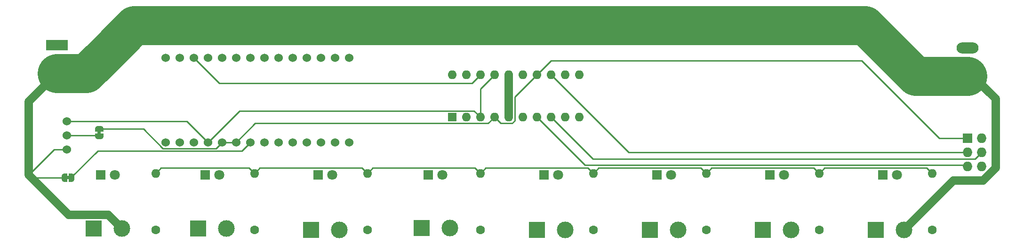
<source format=gtl>
%TF.GenerationSoftware,KiCad,Pcbnew,6.0.2-378541a8eb~116~ubuntu20.04.1*%
%TF.CreationDate,2022-03-18T17:48:30-05:00*%
%TF.ProjectId,mother,6d6f7468-6572-42e6-9b69-6361645f7063,rev?*%
%TF.SameCoordinates,Original*%
%TF.FileFunction,Copper,L1,Top*%
%TF.FilePolarity,Positive*%
%FSLAX46Y46*%
G04 Gerber Fmt 4.6, Leading zero omitted, Abs format (unit mm)*
G04 Created by KiCad (PCBNEW 6.0.2-378541a8eb~116~ubuntu20.04.1) date 2022-03-18 17:48:30*
%MOMM*%
%LPD*%
G01*
G04 APERTURE LIST*
G04 Aperture macros list*
%AMFreePoly0*
4,1,22,0.500000,-0.750000,0.000000,-0.750000,0.000000,-0.745033,-0.079941,-0.743568,-0.215256,-0.701293,-0.333266,-0.622738,-0.424486,-0.514219,-0.481581,-0.384460,-0.499164,-0.250000,-0.500000,-0.250000,-0.500000,0.250000,-0.499164,0.250000,-0.499963,0.256109,-0.478152,0.396186,-0.417904,0.524511,-0.324060,0.630769,-0.204165,0.706417,-0.067858,0.745374,0.000000,0.744959,0.000000,0.750000,
0.500000,0.750000,0.500000,-0.750000,0.500000,-0.750000,$1*%
%AMFreePoly1*
4,1,20,0.000000,0.744959,0.073905,0.744508,0.209726,0.703889,0.328688,0.626782,0.421226,0.519385,0.479903,0.390333,0.500000,0.250000,0.500000,-0.250000,0.499851,-0.262216,0.476331,-0.402017,0.414519,-0.529596,0.319384,-0.634700,0.198574,-0.708877,0.061801,-0.746166,0.000000,-0.745033,0.000000,-0.750000,-0.500000,-0.750000,-0.500000,0.750000,0.000000,0.750000,0.000000,0.744959,
0.000000,0.744959,$1*%
G04 Aperture macros list end*
%TA.AperFunction,ComponentPad*%
%ADD10R,3.000000X3.000000*%
%TD*%
%TA.AperFunction,ComponentPad*%
%ADD11C,3.000000*%
%TD*%
%TA.AperFunction,ComponentPad*%
%ADD12R,1.800000X1.800000*%
%TD*%
%TA.AperFunction,ComponentPad*%
%ADD13C,1.800000*%
%TD*%
%TA.AperFunction,ComponentPad*%
%ADD14R,1.727200X1.727200*%
%TD*%
%TA.AperFunction,ComponentPad*%
%ADD15O,1.727200X1.727200*%
%TD*%
%TA.AperFunction,ComponentPad*%
%ADD16R,3.960000X1.980000*%
%TD*%
%TA.AperFunction,ComponentPad*%
%ADD17O,3.960000X1.980000*%
%TD*%
%TA.AperFunction,ComponentPad*%
%ADD18C,1.524000*%
%TD*%
%TA.AperFunction,ComponentPad*%
%ADD19C,1.600000*%
%TD*%
%TA.AperFunction,ComponentPad*%
%ADD20O,1.600000X1.600000*%
%TD*%
%TA.AperFunction,ComponentPad*%
%ADD21R,1.600000X1.600000*%
%TD*%
%TA.AperFunction,SMDPad,CuDef*%
%ADD22FreePoly0,180.000000*%
%TD*%
%TA.AperFunction,SMDPad,CuDef*%
%ADD23FreePoly1,180.000000*%
%TD*%
%TA.AperFunction,SMDPad,CuDef*%
%ADD24FreePoly0,90.000000*%
%TD*%
%TA.AperFunction,SMDPad,CuDef*%
%ADD25FreePoly1,90.000000*%
%TD*%
%TA.AperFunction,Conductor*%
%ADD26C,0.250000*%
%TD*%
%TA.AperFunction,Conductor*%
%ADD27C,7.000000*%
%TD*%
%TA.AperFunction,Conductor*%
%ADD28C,1.500000*%
%TD*%
G04 APERTURE END LIST*
%TO.C,JP1*%
G36*
X50542000Y-105202000D02*
G01*
X50042000Y-105202000D01*
X50042000Y-104602000D01*
X50542000Y-104602000D01*
X50542000Y-105202000D01*
G37*
%TO.C,JP2*%
G36*
X56180000Y-97024000D02*
G01*
X55580000Y-97024000D01*
X55580000Y-96524000D01*
X56180000Y-96524000D01*
X56180000Y-97024000D01*
G37*
%TD*%
D10*
%TO.P,J7,1,Pin_1*%
%TO.N,/D6*%
X175260000Y-114300000D03*
D11*
%TO.P,J7,2,Pin_2*%
%TO.N,+VDC*%
X180340000Y-114300000D03*
%TD*%
D10*
%TO.P,J1,1,Pin_1*%
%TO.N,/D0*%
X54864000Y-114046000D03*
D11*
%TO.P,J1,2,Pin_2*%
%TO.N,+VDC*%
X59944000Y-114046000D03*
%TD*%
D12*
%TO.P,D2,1,K*%
%TO.N,/D1*%
X74925000Y-104394000D03*
D13*
%TO.P,D2,2,A*%
%TO.N,Net-(D2-Pad2)*%
X77465000Y-104394000D03*
%TD*%
D12*
%TO.P,D7,1,K*%
%TO.N,/D6*%
X176525000Y-104394000D03*
D13*
%TO.P,D7,2,A*%
%TO.N,Net-(D7-Pad2)*%
X179065000Y-104394000D03*
%TD*%
D14*
%TO.P,J9,1,Pin_1*%
%TO.N,GNDD*%
X212090000Y-97790000D03*
D15*
%TO.P,J9,2,Pin_2*%
%TO.N,+5V*%
X214630000Y-97790000D03*
%TO.P,J9,3,Pin_3*%
%TO.N,/SEROUT*%
X212090000Y-100330000D03*
%TO.P,J9,4,Pin_4*%
%TO.N,/CLOCK*%
X214630000Y-100330000D03*
%TO.P,J9,5,Pin_5*%
%TO.N,/LATCH*%
X212090000Y-102870000D03*
%TO.P,J9,6,Pin_6*%
%TO.N,unconnected-(J9-Pad6)*%
X214630000Y-102870000D03*
%TD*%
D10*
%TO.P,J2,1,Pin_1*%
%TO.N,/D1*%
X73660000Y-114046000D03*
D11*
%TO.P,J2,2,Pin_2*%
%TO.N,+VDC*%
X78740000Y-114046000D03*
%TD*%
D12*
%TO.P,D8,1,K*%
%TO.N,/D7*%
X196845000Y-104394000D03*
D13*
%TO.P,D8,2,A*%
%TO.N,Net-(D8-Pad2)*%
X199385000Y-104394000D03*
%TD*%
D16*
%TO.P,J11,1,Pin_1*%
%TO.N,GNDPWR*%
X48260000Y-81055000D03*
D17*
%TO.P,J11,2,Pin_2*%
%TO.N,+VDC*%
X48260000Y-86135000D03*
%TD*%
D18*
%TO.P,U3,1,USB*%
%TO.N,unconnected-(U3-Pad1)*%
X67818000Y-98552000D03*
%TO.P,U3,2,RST*%
%TO.N,unconnected-(U3-Pad2)*%
X70358000Y-98552000D03*
%TO.P,U3,3,3V3*%
%TO.N,unconnected-(U3-Pad3)*%
X72898000Y-98552000D03*
%TO.P,U3,4,5V*%
%TO.N,+5V*%
X75438000Y-98552000D03*
%TO.P,U3,5,GND*%
%TO.N,GNDD*%
X77978000Y-98552000D03*
%TO.P,U3,6,GND*%
X80518000Y-98552000D03*
%TO.P,U3,7,VIN*%
%TO.N,Net-(JP1-Pad1)*%
X83058000Y-98552000D03*
%TO.P,U3,8,AREF*%
%TO.N,unconnected-(U3-Pad8)*%
X85598000Y-98552000D03*
%TO.P,U3,9,A0*%
%TO.N,unconnected-(U3-Pad9)*%
X88138000Y-98552000D03*
%TO.P,U3,10,A1*%
%TO.N,unconnected-(U3-Pad10)*%
X90678000Y-98552000D03*
%TO.P,U3,11,A2*%
%TO.N,unconnected-(U3-Pad11)*%
X93218000Y-98552000D03*
%TO.P,U3,12,A3*%
%TO.N,unconnected-(U3-Pad12)*%
X95758000Y-98552000D03*
%TO.P,U3,13,A4*%
%TO.N,unconnected-(U3-Pad13)*%
X98298000Y-98552000D03*
%TO.P,U3,14,A5*%
%TO.N,unconnected-(U3-Pad14)*%
X100838000Y-98552000D03*
%TO.P,U3,15,D0*%
%TO.N,unconnected-(U3-Pad15)*%
X100838000Y-83312000D03*
%TO.P,U3,16,D1*%
%TO.N,unconnected-(U3-Pad16)*%
X98298000Y-83312000D03*
%TO.P,U3,17,D2*%
%TO.N,unconnected-(U3-Pad17)*%
X95758000Y-83312000D03*
%TO.P,U3,18,D3*%
%TO.N,unconnected-(U3-Pad18)*%
X93218000Y-83312000D03*
%TO.P,U3,19,D4*%
%TO.N,unconnected-(U3-Pad19)*%
X90678000Y-83312000D03*
%TO.P,U3,20,D5*%
%TO.N,unconnected-(U3-Pad20)*%
X88138000Y-83312000D03*
%TO.P,U3,21,D6*%
%TO.N,unconnected-(U3-Pad21)*%
X85598000Y-83312000D03*
%TO.P,U3,22,D7*%
%TO.N,unconnected-(U3-Pad22)*%
X83058000Y-83312000D03*
%TO.P,U3,23,D8*%
%TO.N,/LATCH*%
X80518000Y-83312000D03*
%TO.P,U3,24,D9*%
%TO.N,unconnected-(U3-Pad24)*%
X77978000Y-83312000D03*
%TO.P,U3,25,D10*%
%TO.N,unconnected-(U3-Pad25)*%
X75438000Y-83312000D03*
%TO.P,U3,26,D11*%
%TO.N,/SERIN*%
X72898000Y-83312000D03*
%TO.P,U3,27,D12*%
%TO.N,unconnected-(U3-Pad27)*%
X70358000Y-83312000D03*
%TO.P,U3,28,D13*%
%TO.N,/CLOCK*%
X67818000Y-83312000D03*
%TD*%
D19*
%TO.P,R3,1*%
%TO.N,Net-(D3-Pad2)*%
X104140000Y-114300000D03*
D20*
%TO.P,R3,2*%
%TO.N,+5V*%
X104140000Y-104140000D03*
%TD*%
D10*
%TO.P,J8,1,Pin_1*%
%TO.N,/D7*%
X195580000Y-114300000D03*
D11*
%TO.P,J8,2,Pin_2*%
%TO.N,+VDC*%
X200660000Y-114300000D03*
%TD*%
D10*
%TO.P,J6,1,Pin_1*%
%TO.N,/D5*%
X154940000Y-114300000D03*
D11*
%TO.P,J6,2,Pin_2*%
%TO.N,+VDC*%
X160020000Y-114300000D03*
%TD*%
D19*
%TO.P,R4,1*%
%TO.N,Net-(D4-Pad2)*%
X124460000Y-114300000D03*
D20*
%TO.P,R4,2*%
%TO.N,+5V*%
X124460000Y-104140000D03*
%TD*%
D21*
%TO.P,U2,1,DRAIN2*%
%TO.N,/D2*%
X119380000Y-93980000D03*
D20*
%TO.P,U2,2,DRAIN3*%
%TO.N,/D3*%
X121920000Y-93980000D03*
%TO.P,U2,3,SRCLR*%
%TO.N,+5V*%
X124460000Y-93980000D03*
%TO.P,U2,4,G*%
%TO.N,GNDD*%
X127000000Y-93980000D03*
%TO.P,U2,5,PGND*%
%TO.N,GNDPWR*%
X129540000Y-93980000D03*
%TO.P,U2,6,PGND*%
X132080000Y-93980000D03*
%TO.P,U2,7,RCK*%
%TO.N,/LATCH*%
X134620000Y-93980000D03*
%TO.P,U2,8,SRCK*%
%TO.N,/CLOCK*%
X137160000Y-93980000D03*
%TO.P,U2,9,DRAIN4*%
%TO.N,/D4*%
X139700000Y-93980000D03*
%TO.P,U2,10,DRAIN5*%
%TO.N,/D5*%
X142240000Y-93980000D03*
%TO.P,U2,11,DRAIN6*%
%TO.N,/D6*%
X142240000Y-86360000D03*
%TO.P,U2,12,DRAIN7*%
%TO.N,/D7*%
X139700000Y-86360000D03*
%TO.P,U2,13,SEROUT*%
%TO.N,/SEROUT*%
X137160000Y-86360000D03*
%TO.P,U2,14,LGND*%
%TO.N,GNDD*%
X134620000Y-86360000D03*
%TO.P,U2,15,PGND*%
%TO.N,GNDPWR*%
X132080000Y-86360000D03*
%TO.P,U2,16,PGND*%
X129540000Y-86360000D03*
%TO.P,U2,17,VCC*%
%TO.N,+5V*%
X127000000Y-86360000D03*
%TO.P,U2,18,SERIN*%
%TO.N,/SERIN*%
X124460000Y-86360000D03*
%TO.P,U2,19,DRAIN0*%
%TO.N,/D0*%
X121920000Y-86360000D03*
%TO.P,U2,20,DRAIN1*%
%TO.N,/D1*%
X119380000Y-86360000D03*
%TD*%
D12*
%TO.P,D6,1,K*%
%TO.N,/D5*%
X156205000Y-104394000D03*
D13*
%TO.P,D6,2,A*%
%TO.N,Net-(D6-Pad2)*%
X158745000Y-104394000D03*
%TD*%
D19*
%TO.P,R6,1*%
%TO.N,Net-(D6-Pad2)*%
X165100000Y-114300000D03*
D20*
%TO.P,R6,2*%
%TO.N,+5V*%
X165100000Y-104140000D03*
%TD*%
D10*
%TO.P,J3,1,Pin_1*%
%TO.N,/D2*%
X93980000Y-114300000D03*
D11*
%TO.P,J3,2,Pin_2*%
%TO.N,+VDC*%
X99060000Y-114300000D03*
%TD*%
D19*
%TO.P,R7,1*%
%TO.N,Net-(D7-Pad2)*%
X185420000Y-114300000D03*
D20*
%TO.P,R7,2*%
%TO.N,+5V*%
X185420000Y-104140000D03*
%TD*%
D12*
%TO.P,D4,1,K*%
%TO.N,/D3*%
X115057000Y-104394000D03*
D13*
%TO.P,D4,2,A*%
%TO.N,Net-(D4-Pad2)*%
X117597000Y-104394000D03*
%TD*%
D12*
%TO.P,D5,1,K*%
%TO.N,/D4*%
X135885000Y-104394000D03*
D13*
%TO.P,D5,2,A*%
%TO.N,Net-(D5-Pad2)*%
X138425000Y-104394000D03*
%TD*%
D19*
%TO.P,R5,1*%
%TO.N,Net-(D5-Pad2)*%
X144780000Y-114300000D03*
D20*
%TO.P,R5,2*%
%TO.N,+5V*%
X144780000Y-104140000D03*
%TD*%
D12*
%TO.P,D3,1,K*%
%TO.N,/D2*%
X95245000Y-104394000D03*
D13*
%TO.P,D3,2,A*%
%TO.N,Net-(D3-Pad2)*%
X97785000Y-104394000D03*
%TD*%
D22*
%TO.P,JP1,1,A*%
%TO.N,Net-(JP1-Pad1)*%
X50942000Y-104902000D03*
D23*
%TO.P,JP1,2,B*%
%TO.N,+VDC*%
X49642000Y-104902000D03*
%TD*%
D19*
%TO.P,R1,1*%
%TO.N,Net-(D1-Pad2)*%
X66040000Y-114300000D03*
D20*
%TO.P,R1,2*%
%TO.N,+5V*%
X66040000Y-104140000D03*
%TD*%
D24*
%TO.P,JP2,1,A*%
%TO.N,GNDPWR*%
X55880000Y-97424000D03*
D25*
%TO.P,JP2,2,B*%
%TO.N,GNDD*%
X55880000Y-96124000D03*
%TD*%
D10*
%TO.P,J5,1,Pin_1*%
%TO.N,/D4*%
X134620000Y-114300000D03*
D11*
%TO.P,J5,2,Pin_2*%
%TO.N,+VDC*%
X139700000Y-114300000D03*
%TD*%
D19*
%TO.P,R2,1*%
%TO.N,Net-(D2-Pad2)*%
X83820000Y-114300000D03*
D20*
%TO.P,R2,2*%
%TO.N,+5V*%
X83820000Y-104140000D03*
%TD*%
D18*
%TO.P,U1,1,PWR*%
%TO.N,+VDC*%
X50038000Y-99822000D03*
%TO.P,U1,2,GND*%
%TO.N,GNDPWR*%
X50038000Y-97282000D03*
%TO.P,U1,3,+5V*%
%TO.N,+5V*%
X50038000Y-94742000D03*
%TD*%
D10*
%TO.P,J4,1,Pin_1*%
%TO.N,/D3*%
X113870000Y-113980000D03*
D11*
%TO.P,J4,2,Pin_2*%
%TO.N,+VDC*%
X118950000Y-113980000D03*
%TD*%
D16*
%TO.P,J12,1,Pin_1*%
%TO.N,+VDC*%
X212090000Y-86585000D03*
D17*
%TO.P,J12,2,Pin_2*%
%TO.N,GNDPWR*%
X212090000Y-81505000D03*
%TD*%
D19*
%TO.P,R8,1*%
%TO.N,Net-(D8-Pad2)*%
X205740000Y-114300000D03*
D20*
%TO.P,R8,2*%
%TO.N,+5V*%
X205740000Y-104140000D03*
%TD*%
D12*
%TO.P,D1,1,K*%
%TO.N,/D0*%
X56129000Y-104394000D03*
D13*
%TO.P,D1,2,A*%
%TO.N,Net-(D1-Pad2)*%
X58669000Y-104394000D03*
%TD*%
D26*
%TO.N,+VDC*%
X50235511Y-86938511D02*
X49784000Y-87390022D01*
D27*
X53549022Y-86135000D02*
X57142011Y-82542011D01*
D28*
X217170000Y-103126480D02*
X217170000Y-90678000D01*
X43180000Y-104394000D02*
X43180000Y-91215000D01*
D27*
X48260000Y-86135000D02*
X53549022Y-86135000D01*
X202790000Y-86585000D02*
X212090000Y-86585000D01*
D28*
X57494489Y-111596489D02*
X50382489Y-111596489D01*
X200660000Y-114300000D02*
X209552480Y-105407520D01*
D26*
X50038000Y-99822000D02*
X47752000Y-99822000D01*
X50644451Y-85638511D02*
X50235511Y-85638511D01*
D28*
X50382489Y-111596489D02*
X43180000Y-104394000D01*
X59944000Y-114046000D02*
X57494489Y-111596489D01*
D27*
X57142011Y-82542011D02*
X62214022Y-77470000D01*
D28*
X214888960Y-105407520D02*
X217170000Y-103126480D01*
X213077000Y-86585000D02*
X212090000Y-86585000D01*
D27*
X62214022Y-77470000D02*
X193675000Y-77470000D01*
D28*
X43180000Y-91215000D02*
X48260000Y-86135000D01*
D26*
X49642000Y-104902000D02*
X43688000Y-104902000D01*
X43688000Y-104902000D02*
X43180000Y-104394000D01*
D28*
X209552480Y-105407520D02*
X214888960Y-105407520D01*
D26*
X47752000Y-99822000D02*
X43180000Y-104394000D01*
D28*
X217170000Y-90678000D02*
X213077000Y-86585000D01*
D27*
X193675000Y-77470000D02*
X202790000Y-86585000D01*
D26*
%TO.N,GNDD*%
X128124511Y-95104511D02*
X127000000Y-93980000D01*
X125875489Y-95104511D02*
X127000000Y-93980000D01*
X83965489Y-95104511D02*
X125875489Y-95104511D01*
X76891489Y-99638511D02*
X77978000Y-98552000D01*
X130664511Y-90315489D02*
X130664511Y-94633489D01*
X130193489Y-95104511D02*
X128124511Y-95104511D01*
X134620000Y-86360000D02*
X130664511Y-90315489D01*
X80518000Y-98552000D02*
X83965489Y-95104511D01*
X207010000Y-97790000D02*
X193040000Y-83820000D01*
X55880000Y-96124000D02*
X63853440Y-96124000D01*
X212090000Y-97790000D02*
X207010000Y-97790000D01*
X130664511Y-94633489D02*
X130193489Y-95104511D01*
X77978000Y-98552000D02*
X80518000Y-98552000D01*
X193040000Y-83820000D02*
X137160000Y-83820000D01*
X67367951Y-99638511D02*
X76891489Y-99638511D01*
X63853440Y-96124000D02*
X67367951Y-99638511D01*
X137160000Y-83820000D02*
X134620000Y-86360000D01*
%TO.N,+5V*%
X125430511Y-103169489D02*
X143809489Y-103169489D01*
X184449489Y-103169489D02*
X185420000Y-104140000D01*
X75438000Y-98552000D02*
X81134511Y-92855489D01*
X123489489Y-103169489D02*
X124460000Y-104140000D01*
X82849489Y-103169489D02*
X83820000Y-104140000D01*
X204769489Y-103169489D02*
X205740000Y-104140000D01*
X50038000Y-94742000D02*
X71628000Y-94742000D01*
X164129489Y-103169489D02*
X165100000Y-104140000D01*
X143809489Y-103169489D02*
X144780000Y-104140000D01*
X83820000Y-104140000D02*
X84790511Y-103169489D01*
X105110511Y-103169489D02*
X123489489Y-103169489D01*
X166070511Y-103169489D02*
X184449489Y-103169489D01*
X66040000Y-104140000D02*
X67010511Y-103169489D01*
X145750511Y-103169489D02*
X164129489Y-103169489D01*
X123335489Y-92855489D02*
X124460000Y-93980000D01*
X71628000Y-94742000D02*
X75438000Y-98552000D01*
X124460000Y-104140000D02*
X125430511Y-103169489D01*
X103169489Y-103169489D02*
X104140000Y-104140000D01*
X165100000Y-104140000D02*
X166070511Y-103169489D01*
X124460000Y-93980000D02*
X124460000Y-88900000D01*
X144780000Y-104140000D02*
X145750511Y-103169489D01*
X67010511Y-103169489D02*
X82849489Y-103169489D01*
X84790511Y-103169489D02*
X103169489Y-103169489D01*
X81134511Y-92855489D02*
X123335489Y-92855489D01*
X104140000Y-104140000D02*
X105110511Y-103169489D01*
X124460000Y-88900000D02*
X127000000Y-86360000D01*
X185420000Y-104140000D02*
X186390511Y-103169489D01*
X186390511Y-103169489D02*
X204769489Y-103169489D01*
%TO.N,/SEROUT*%
X137160000Y-86360000D02*
X151130000Y-100330000D01*
X151130000Y-100330000D02*
X212090000Y-100330000D01*
%TO.N,/CLOCK*%
X144698111Y-101518111D02*
X213441889Y-101518111D01*
X137160000Y-93980000D02*
X144698111Y-101518111D01*
X213441889Y-101518111D02*
X214630000Y-100330000D01*
%TO.N,/LATCH*%
X211836000Y-102616000D02*
X212090000Y-102870000D01*
X143256000Y-102616000D02*
X211836000Y-102616000D01*
X134620000Y-93980000D02*
X143256000Y-102616000D01*
%TO.N,/SERIN*%
X72898000Y-83312000D02*
X77470000Y-87884000D01*
X77470000Y-87884000D02*
X122936000Y-87884000D01*
X122936000Y-87884000D02*
X124460000Y-86360000D01*
%TO.N,GNDPWR*%
X55738000Y-97282000D02*
X50038000Y-97282000D01*
D28*
X129540000Y-86360000D02*
X129540000Y-93980000D01*
D26*
X55880000Y-97424000D02*
X55738000Y-97282000D01*
%TO.N,Net-(JP1-Pad1)*%
X50942000Y-104760000D02*
X55613969Y-100088031D01*
X55613969Y-100088031D02*
X81521969Y-100088031D01*
X81521969Y-100088031D02*
X83058000Y-98552000D01*
X50942000Y-104902000D02*
X50942000Y-104760000D01*
%TD*%
M02*

</source>
